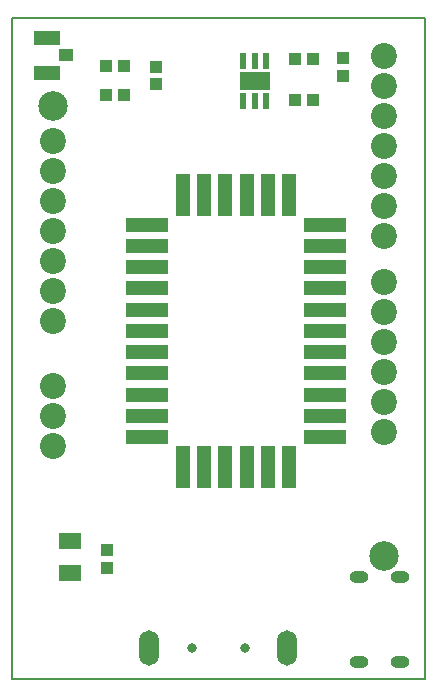
<source format=gbr>
G71*
G90*
G04 Quadcept GERBER*
%MOMM*%
%FSLAX44Y44*%
%ADD10C,0.2*%
%ADD11C,0.8*%
%ADD12C,2.2*%
%ADD13C,2.5*%
%ADD14O,1.6X1.05*%
%ADD15O,1.7X3*%
%ADD16R,0.55X1.35*%
%ADD17R,0.55X1.35*%
%ADD18R,1X1.1*%
%ADD19R,1.1X1*%
%ADD20R,1.3X1.1*%
%ADD21R,1.3X3.6*%
%ADD22R,1.9X1.4*%
%ADD23R,2.3X1.15*%
%ADD24R,2.5X1.6*%
%ADD25R,3.6X1.3*%
G54D10*
G01X-175000Y0000D02*
G01X175000Y0000D01*
G01X175000Y0000D02*
G01X175000Y560000D01*
G01X175000Y560000D02*
G01X-175000Y560000D01*
G01X-175000Y560000D02*
G01X-175000Y0000D01*
G54D11*
X-22500Y26200D03*
X22500Y26200D03*
G54D12*
X140000Y209300D03*
X140000Y234700D03*
X140000Y260100D03*
X140000Y285500D03*
X140000Y310900D03*
X140000Y336300D03*
X140000Y527800D03*
X140000Y477000D03*
X140000Y451600D03*
X140000Y426200D03*
X140000Y400800D03*
X140000Y375400D03*
X140000Y502400D03*
X-140000Y456100D03*
X-140000Y430700D03*
X-140000Y379900D03*
X-140000Y354500D03*
X-140000Y329100D03*
X-140000Y303700D03*
X-140000Y405300D03*
X-140000Y248500D03*
X-140000Y223100D03*
X-140000Y197700D03*
G54D13*
X140000Y104500D03*
X-140000Y485500D03*
G54D14*
X119000Y14750D03*
X153500Y14750D03*
X119000Y86250D03*
X153500Y86250D03*
G54D15*
X-58500Y26200D03*
X58500Y26200D03*
G54D16*
X20700Y489950D03*
X40700Y489950D03*
X30700Y489950D03*
G54D17*
X20700Y523450D03*
X30700Y523450D03*
X40700Y523450D03*
G54D18*
X-53000Y518750D03*
X-53000Y503750D03*
X-94200Y109400D03*
X-94200Y94400D03*
X105400Y525600D03*
X105400Y510600D03*
G54D19*
X-94950Y495000D03*
X-79950Y495000D03*
X-80200Y519500D03*
X-95200Y519500D03*
X64900Y490700D03*
X79900Y490700D03*
X64900Y524700D03*
X79900Y524700D03*
G54D20*
X-128900Y528150D03*
G54D21*
X24000Y179900D03*
X6000Y179900D03*
X-12000Y179900D03*
X42000Y179900D03*
X-30000Y179900D03*
X42000Y409900D03*
X60000Y179900D03*
X-30000Y409900D03*
X-12000Y409900D03*
X6000Y409900D03*
X24000Y409900D03*
X60000Y409900D03*
G54D22*
X-125200Y116800D03*
X-125200Y89800D03*
G54D23*
X-144900Y513400D03*
X-144900Y542900D03*
G54D24*
X30700Y506700D03*
G54D25*
X90000Y366900D03*
X90000Y348900D03*
X90000Y330900D03*
X90000Y312900D03*
X90000Y258900D03*
X90000Y240900D03*
X-60000Y204900D03*
X-60000Y222900D03*
X-60000Y240900D03*
X-60000Y330900D03*
X-60000Y348900D03*
X-60000Y366900D03*
X90000Y294900D03*
X90000Y276900D03*
X90000Y222900D03*
X90000Y204900D03*
X-60000Y276900D03*
X-60000Y294900D03*
X-60000Y312900D03*
X90000Y384900D03*
X-60000Y258900D03*
X-60000Y384900D03*
M02*

</source>
